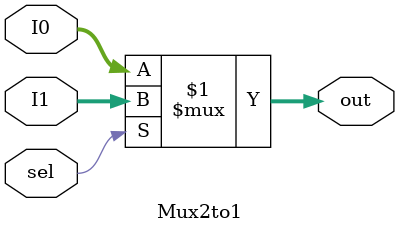
<source format=v>
module Mux2to1 #(parameter W = 32) (
    input sel,
    input [W-1:0] I0,I1,
    output [W-1:0] out
);

assign out = sel ? I1 : I0;
endmodule
</source>
